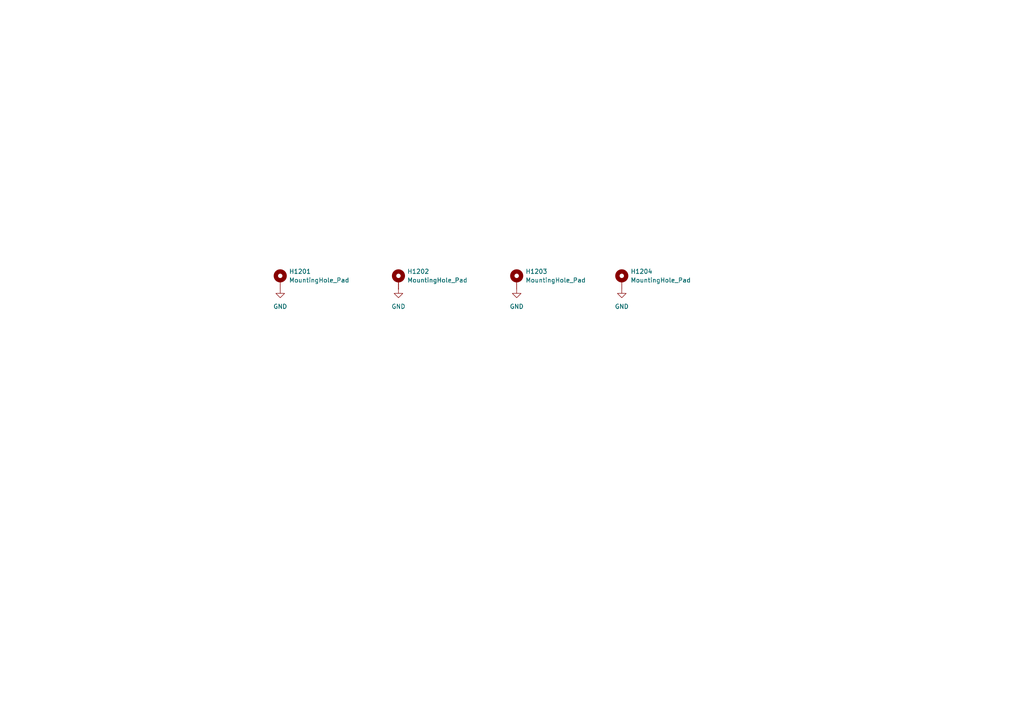
<source format=kicad_sch>
(kicad_sch (version 20231120) (generator "eeschema") (generator_version "8.0")
  (paper "A4")
  (lib_symbols
    (symbol "Mechanical:MountingHole_Pad" (pin_numbers hide) (pin_names (offset 1.016) hide) (exclude_from_sim yes) (in_bom no)
      (property "Reference" "H" (at 0 6.35 0))
      (property "Value" "MountingHole_Pad" (at 0 4.445 0))
      (symbol "MountingHole_Pad_0_1"
        (circle (center 0 1.27) (radius 1.27) (stroke (width 1.27)))
      )
      (symbol "MountingHole_Pad_1_1"
        (pin input line (at 0 -2.54 90) (length 2.54) (name "1") (number "1"))
      )
    )
    (symbol "power:GND" (power) (pin_numbers hide) (pin_names (offset 0) hide)
      (property "Value" "GND" (at 0 -3.81 0))
      (symbol "GND_0_1"
        (polyline (pts (xy 0 0) (xy 0 -1.27) (xy 1.27 -1.27) (xy 0 -2.54) (xy -1.27 -1.27) (xy 0 -1.27)))
      )
      (symbol "GND_1_1"
        (pin power_in line (at 0 0 270) (length 0) (name "~") (number "1"))
      )
    )
  )
  (symbol (lib_id "power:GND") (at 81.28 83.82 0) (unit 1)
    (property "Reference" "#PWR01201" (effects (hide yes)))
    (property "Value" "GND" (at 81.28 88.9 0))
    (property "Description" "Power symbol creates a global label with name \"GND\" , ground" (effects (hide yes)))
  )
  (symbol (lib_id "power:GND") (at 180.34 83.82 0) (unit 1)
    (property "Reference" "#PWR01204" (effects (hide yes)))
    (property "Value" "GND" (at 180.34 88.9 0))
    (property "Description" "Power symbol creates a global label with name \"GND\" , ground" (effects (hide yes)))
  )
  (symbol (lib_id "Mechanical:MountingHole_Pad") (at 149.86 81.28 0) (unit 1) (exclude_from_sim yes) (in_bom no)
    (property "Reference" "H1203" (at 152.4 78.7399 0) (effects (justify left)))
    (property "Value" "MountingHole_Pad" (at 152.4 81.2799 0) (effects (justify left)))
    (property "Footprint" "MountingHole:MountingHole_3.2mm_M3_Pad_Via" (effects (hide yes)))
    (property "Description" "Mounting Hole with connection" (effects (hide yes)))
  )
  (symbol (lib_id "power:GND") (at 115.57 83.82 0) (unit 1)
    (property "Reference" "#PWR01202" (effects (hide yes)))
    (property "Value" "GND" (at 115.57 88.9 0))
    (property "Description" "Power symbol creates a global label with name \"GND\" , ground" (effects (hide yes)))
  )
  (symbol (lib_id "power:GND") (at 149.86 83.82 0) (unit 1)
    (property "Reference" "#PWR01203" (effects (hide yes)))
    (property "Value" "GND" (at 149.86 88.9 0))
    (property "Description" "Power symbol creates a global label with name \"GND\" , ground" (effects (hide yes)))
  )
  (symbol (lib_id "Mechanical:MountingHole_Pad") (at 81.28 81.28 0) (unit 1) (exclude_from_sim yes) (in_bom no)
    (property "Reference" "H1201" (at 83.82 78.7399 0) (effects (justify left)))
    (property "Value" "MountingHole_Pad" (at 83.82 81.2799 0) (effects (justify left)))
    (property "Footprint" "MountingHole:MountingHole_3.2mm_M3_Pad_Via" (effects (hide yes)))
    (property "Description" "Mounting Hole with connection" (effects (hide yes)))
  )
  (symbol (lib_id "Mechanical:MountingHole_Pad") (at 180.34 81.28 0) (unit 1) (exclude_from_sim yes) (in_bom no)
    (property "Reference" "H1204" (at 182.88 78.7399 0) (effects (justify left)))
    (property "Value" "MountingHole_Pad" (at 182.88 81.2799 0) (effects (justify left)))
    (property "Footprint" "MountingHole:MountingHole_3.2mm_M3_Pad_Via" (effects (hide yes)))
    (property "Description" "Mounting Hole with connection" (effects (hide yes)))
  )
  (symbol (lib_id "Mechanical:MountingHole_Pad") (at 115.57 81.28 0) (unit 1) (exclude_from_sim yes) (in_bom no)
    (property "Reference" "H1202" (at 118.11 78.7399 0) (effects (justify left)))
    (property "Value" "MountingHole_Pad" (at 118.11 81.2799 0) (effects (justify left)))
    (property "Footprint" "MountingHole:MountingHole_3.2mm_M3_Pad_Via" (effects (hide yes)))
    (property "Description" "Mounting Hole with connection" (effects (hide yes)))
  )
)
</source>
